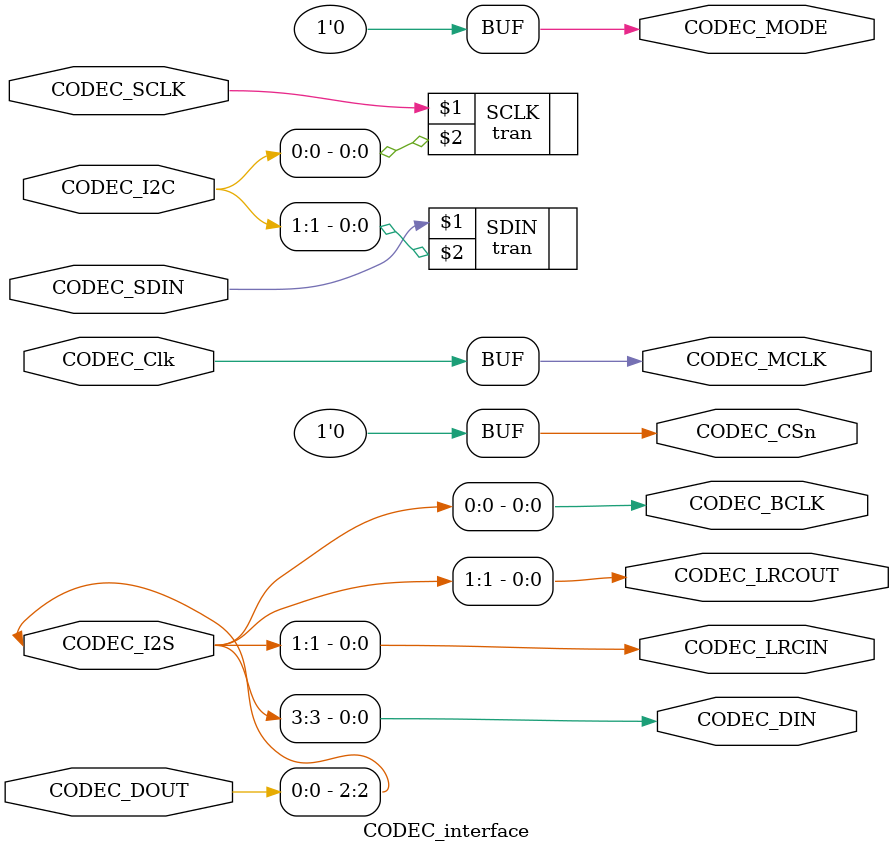
<source format=v>
module CODEC_interface (
	// Pins
	output	CODEC_CSn,
	output	CODEC_MODE,
	inout	CODEC_SDIN,
	inout	CODEC_SCLK,
	output	CODEC_DIN,
	input	CODEC_DOUT,
	output	CODEC_LRCIN,
	output	CODEC_LRCOUT,
	output	CODEC_BCLK,
	output	CODEC_MCLK,
	// Wires
	inout	[3:0] CODEC_I2S,	// I2S[SDIN, SDOUT, WSINOUT, SCK]
	inout	[1:0] CODEC_I2C,	// I2C[SDIN, SCLK]
	input	CODEC_Clk			// Master clock
	);
	
	// Wire-up I2S TXVR bus
	assign CODEC_DIN    = CODEC_I2S[3];
	assign CODEC_LRCIN  = CODEC_I2S[1];
	assign CODEC_I2S[2] = CODEC_DOUT;
	assign CODEC_LRCOUT = CODEC_I2S[1];
	assign CODEC_BCLK   = CODEC_I2S[0];
	// Wire-up Master clock
	assign CODEC_MCLK = CODEC_Clk;

	// Fix TLV320AIC23B in I2C mode & I2C address
	// to 0x1A. Ozy currently does all the initialization.
	assign CODEC_MODE = 1'b0;
	assign CODEC_CSn  = 1'b0;
	
	// Wire-up I2C bus
	tran SDIN (CODEC_SDIN, CODEC_I2C[1]);
	tran SCLK (CODEC_SCLK, CODEC_I2C[0]);
	
endmodule

</source>
